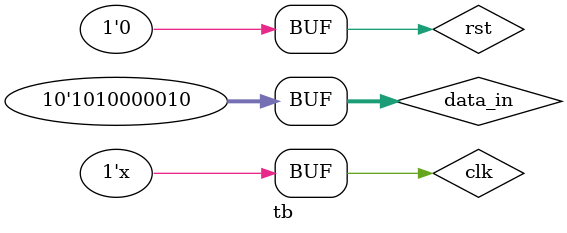
<source format=v>
`timescale 1ns / 1ps


module tb;
 parameter iWIDTH = 10;
 parameter oWIDTH = $clog2(iWIDTH);
reg clk;
reg rst;
reg [iWIDTH - 1:0] data_in;
wire err;
wire crd_bit;

crd dut(.err(err),.crd_bit(crd_bit),.clk(clk),.rst(rst),.data_in(data_in));
initial begin
clk=1'b0;
rst = 1'b1;

 
#2
rst = 1'b0;  
data_in =10'b0110100100;
#2
data_in =10'b1000101001;
#2
data_in =10'b0111011001;
#2
data_in =10'b0111011001;
#2
data_in =10'b1100010011;
#2
data_in =10'b1101011101;
#2
data_in =10'b1010000010;
#2
data_in =10'b0110101010;
#2
data_in =10'b0110101010;
#2
data_in =10'b1010000010;
 



end
always #1 clk=~clk;

endmodule

</source>
